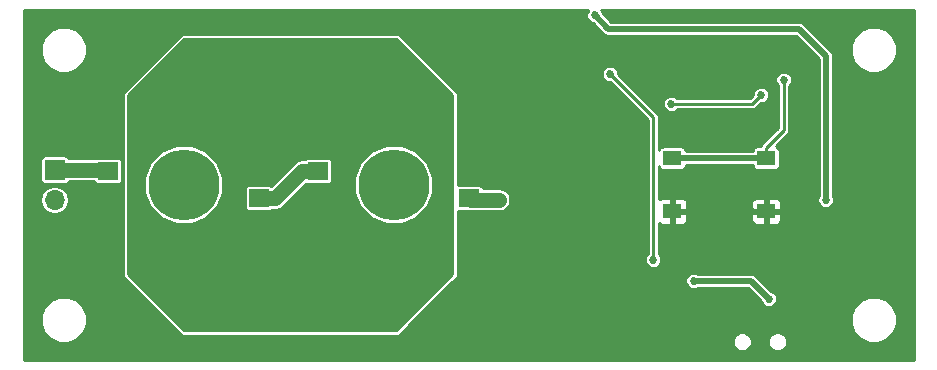
<source format=gbl>
G04 #@! TF.FileFunction,Copper,L2,Bot,Signal*
%FSLAX46Y46*%
G04 Gerber Fmt 4.6, Leading zero omitted, Abs format (unit mm)*
G04 Created by KiCad (PCBNEW 4.0.7) date 05/03/18 21:25:46*
%MOMM*%
%LPD*%
G01*
G04 APERTURE LIST*
%ADD10C,0.100000*%
%ADD11C,0.508000*%
%ADD12C,6.000000*%
%ADD13R,1.700000X1.500000*%
%ADD14R,1.700000X1.700000*%
%ADD15O,1.700000X1.700000*%
%ADD16R,1.550000X1.300000*%
%ADD17C,0.685800*%
%ADD18C,1.143000*%
%ADD19C,0.254000*%
%ADD20C,0.508000*%
%ADD21C,1.270000*%
G04 APERTURE END LIST*
D10*
D11*
X166370000Y-102108000D03*
X165100000Y-102108000D03*
X163830000Y-102108000D03*
X162560000Y-102108000D03*
X161290000Y-102108000D03*
X160020000Y-102108000D03*
X158750000Y-102108000D03*
X157480000Y-102108000D03*
X156210000Y-102108000D03*
X154940000Y-102108000D03*
X153670000Y-102108000D03*
X152400000Y-102108000D03*
X151130000Y-102108000D03*
X149860000Y-102108000D03*
X148590000Y-102108000D03*
X166370000Y-103378000D03*
X165100000Y-103378000D03*
X163830000Y-103378000D03*
X162560000Y-103378000D03*
X161290000Y-103378000D03*
X160020000Y-103378000D03*
X158750000Y-103378000D03*
X157480000Y-103378000D03*
X156210000Y-103378000D03*
X154940000Y-103378000D03*
X153670000Y-103378000D03*
X152400000Y-103378000D03*
X151130000Y-103378000D03*
X149860000Y-103378000D03*
X148590000Y-103378000D03*
X166370000Y-104648000D03*
X165100000Y-104648000D03*
X163830000Y-104648000D03*
X162560000Y-104648000D03*
X161290000Y-104648000D03*
X160020000Y-104648000D03*
X158750000Y-104648000D03*
X157480000Y-104648000D03*
X156210000Y-104648000D03*
X154940000Y-104648000D03*
X153670000Y-104648000D03*
X152400000Y-104648000D03*
X151130000Y-104648000D03*
X149860000Y-104648000D03*
X148590000Y-104648000D03*
X166370000Y-105918000D03*
X165100000Y-105918000D03*
X163830000Y-105918000D03*
X162560000Y-105918000D03*
X161290000Y-105918000D03*
X160020000Y-105918000D03*
X158750000Y-105918000D03*
X157480000Y-105918000D03*
X156210000Y-105918000D03*
X154940000Y-105918000D03*
X153670000Y-105918000D03*
X152400000Y-105918000D03*
X151130000Y-105918000D03*
X149860000Y-105918000D03*
X148590000Y-105918000D03*
X166370000Y-107188000D03*
X165100000Y-107188000D03*
X163830000Y-107188000D03*
X162560000Y-107188000D03*
X161290000Y-107188000D03*
X160020000Y-107188000D03*
X158750000Y-107188000D03*
X157480000Y-107188000D03*
X156210000Y-107188000D03*
X154940000Y-107188000D03*
X153670000Y-107188000D03*
X152400000Y-107188000D03*
X151130000Y-107188000D03*
X149860000Y-107188000D03*
X166370000Y-121412000D03*
X165100000Y-121412000D03*
X163830000Y-121412000D03*
X162560000Y-121412000D03*
X161290000Y-121412000D03*
X160020000Y-121412000D03*
X158750000Y-121412000D03*
X157480000Y-121412000D03*
X156210000Y-121412000D03*
X154940000Y-121412000D03*
X153670000Y-121412000D03*
X152400000Y-121412000D03*
X151130000Y-121412000D03*
X149860000Y-121412000D03*
X148590000Y-121412000D03*
X166370000Y-120142000D03*
X165100000Y-120142000D03*
X163830000Y-120142000D03*
X162560000Y-120142000D03*
X161290000Y-120142000D03*
X160020000Y-120142000D03*
X158750000Y-120142000D03*
X157480000Y-120142000D03*
X156210000Y-120142000D03*
X154940000Y-120142000D03*
X153670000Y-120142000D03*
X152400000Y-120142000D03*
X151130000Y-120142000D03*
X149860000Y-120142000D03*
X148590000Y-120142000D03*
X166370000Y-118872000D03*
X165100000Y-118872000D03*
X163830000Y-118872000D03*
X162560000Y-118872000D03*
X161290000Y-118872000D03*
X160020000Y-118872000D03*
X158750000Y-118872000D03*
X157480000Y-118872000D03*
X156210000Y-118872000D03*
X154940000Y-118872000D03*
X153670000Y-118872000D03*
X152400000Y-118872000D03*
X151130000Y-118872000D03*
X149860000Y-118872000D03*
X148590000Y-118872000D03*
X166370000Y-117602000D03*
X165100000Y-117602000D03*
X163830000Y-117602000D03*
X162560000Y-117602000D03*
X161290000Y-117602000D03*
X160020000Y-117602000D03*
X158750000Y-117602000D03*
X157480000Y-117602000D03*
X156210000Y-117602000D03*
X154940000Y-117602000D03*
X153670000Y-117602000D03*
X152400000Y-117602000D03*
X151130000Y-117602000D03*
X149860000Y-117602000D03*
X148590000Y-117602000D03*
X166370000Y-116332000D03*
X165100000Y-116332000D03*
X163830000Y-116332000D03*
X162560000Y-116332000D03*
X161290000Y-116332000D03*
X160020000Y-116332000D03*
X158750000Y-116332000D03*
X157480000Y-116332000D03*
X156210000Y-116332000D03*
X154940000Y-116332000D03*
X153670000Y-116332000D03*
X152400000Y-116332000D03*
X151130000Y-116332000D03*
X149860000Y-116332000D03*
D12*
X166370000Y-111760000D03*
D13*
X172770000Y-112910000D03*
X159970000Y-110610000D03*
D12*
X148590000Y-111760000D03*
D13*
X154990000Y-112910000D03*
X142190000Y-110610000D03*
D14*
X137668000Y-110490000D03*
D15*
X137668000Y-113030000D03*
D16*
X189954000Y-114010000D03*
X197904000Y-114010000D03*
X189954000Y-109510000D03*
X197904000Y-109510000D03*
D11*
X148590000Y-116332000D03*
X148590000Y-107188000D03*
D17*
X182753000Y-123825000D03*
X183642000Y-123825000D03*
X184531000Y-123825000D03*
X187198000Y-123825000D03*
X186309000Y-123825000D03*
X185420000Y-123825000D03*
X182753000Y-119126000D03*
X183642000Y-119126000D03*
X187198000Y-119126000D03*
X186309000Y-119126000D03*
X185420000Y-119126000D03*
X184531000Y-119126000D03*
X204216000Y-110490000D03*
X190119000Y-116332000D03*
X193574310Y-111934553D03*
X195961000Y-116078000D03*
X191770000Y-119888000D03*
X198120000Y-121412000D03*
D18*
X175260000Y-113030000D03*
D17*
X199390000Y-102870000D03*
X184683400Y-102387400D03*
X188341000Y-118110000D03*
X197485000Y-104140000D03*
X189865000Y-104902000D03*
X183388000Y-97409000D03*
X202946000Y-113029998D03*
D19*
X184531000Y-123825000D02*
X183642000Y-123825000D01*
X185420000Y-123825000D02*
X186309000Y-123825000D01*
X184531000Y-119126000D02*
X183642000Y-119126000D01*
X185420000Y-119126000D02*
X186309000Y-119126000D01*
D20*
X198120000Y-121412000D02*
X196596000Y-119888000D01*
X196596000Y-119888000D02*
X191770000Y-119888000D01*
D21*
X175260000Y-113030000D02*
X172890000Y-113030000D01*
X172890000Y-113030000D02*
X172770000Y-112910000D01*
X137668000Y-110490000D02*
X142070000Y-110490000D01*
X142070000Y-110490000D02*
X142190000Y-110610000D01*
D19*
X199390000Y-103354933D02*
X199390000Y-102870000D01*
X199390000Y-107120000D02*
X199390000Y-103354933D01*
X197904000Y-108606000D02*
X199390000Y-107120000D01*
X197904000Y-109510000D02*
X197904000Y-108606000D01*
D20*
X189954000Y-109510000D02*
X191237000Y-109510000D01*
X191237000Y-109510000D02*
X197904000Y-109510000D01*
D19*
X188341000Y-106045000D02*
X185026299Y-102730299D01*
X188341000Y-118110000D02*
X188341000Y-106045000D01*
X185026299Y-102730299D02*
X184683400Y-102387400D01*
X197142101Y-104482899D02*
X197485000Y-104140000D01*
X189865000Y-104902000D02*
X196723000Y-104902000D01*
X196723000Y-104902000D02*
X197142101Y-104482899D01*
D20*
X185420000Y-98552000D02*
X184531000Y-98552000D01*
X184531000Y-98552000D02*
X183388000Y-97409000D01*
X185420000Y-98552000D02*
X200660000Y-98552000D01*
X200660000Y-98552000D02*
X202946000Y-100838000D01*
X202946000Y-112545065D02*
X202946000Y-113029998D01*
X202946000Y-100838000D02*
X202946000Y-112545065D01*
D21*
X155090000Y-112910000D02*
X156330000Y-112910000D01*
X156330000Y-112910000D02*
X158630000Y-110610000D01*
X158630000Y-110610000D02*
X159970000Y-110610000D01*
D20*
X154990000Y-112910000D02*
X155090000Y-112910000D01*
D19*
G36*
X182796186Y-97012815D02*
X182689622Y-97269450D01*
X182689379Y-97547331D01*
X182795496Y-97804151D01*
X182991815Y-98000814D01*
X183207107Y-98090211D01*
X184099948Y-98983052D01*
X184297716Y-99115197D01*
X184531000Y-99161600D01*
X200407496Y-99161600D01*
X202336400Y-101090504D01*
X202336400Y-112676647D01*
X202247622Y-112890448D01*
X202247379Y-113168329D01*
X202353496Y-113425149D01*
X202549815Y-113621812D01*
X202806450Y-113728376D01*
X203084331Y-113728619D01*
X203341151Y-113622502D01*
X203537814Y-113426183D01*
X203644378Y-113169548D01*
X203644621Y-112891667D01*
X203555600Y-112676222D01*
X203555600Y-100838000D01*
X203531589Y-100717286D01*
X205054062Y-100717286D01*
X205351157Y-101436311D01*
X205900795Y-101986910D01*
X206619301Y-102285259D01*
X207397286Y-102285938D01*
X208116311Y-101988843D01*
X208666910Y-101439205D01*
X208965259Y-100720699D01*
X208965938Y-99942714D01*
X208668843Y-99223689D01*
X208119205Y-98673090D01*
X207400699Y-98374741D01*
X206622714Y-98374062D01*
X205903689Y-98671157D01*
X205353090Y-99220795D01*
X205054741Y-99939301D01*
X205054062Y-100717286D01*
X203531589Y-100717286D01*
X203509197Y-100604716D01*
X203377052Y-100406948D01*
X201091052Y-98120948D01*
X200893284Y-97988803D01*
X200660000Y-97942400D01*
X184783504Y-97942400D01*
X184068910Y-97227806D01*
X183980504Y-97013849D01*
X183917366Y-96950600D01*
X210389400Y-96950600D01*
X210389400Y-126569400D01*
X135050600Y-126569400D01*
X135050600Y-125203541D01*
X195052260Y-125203541D01*
X195174647Y-125499740D01*
X195401068Y-125726557D01*
X195697053Y-125849460D01*
X196017541Y-125849740D01*
X196313740Y-125727353D01*
X196540557Y-125500932D01*
X196663460Y-125204947D01*
X196663461Y-125203541D01*
X198052260Y-125203541D01*
X198174647Y-125499740D01*
X198401068Y-125726557D01*
X198697053Y-125849460D01*
X199017541Y-125849740D01*
X199313740Y-125727353D01*
X199540557Y-125500932D01*
X199663460Y-125204947D01*
X199663740Y-124884459D01*
X199541353Y-124588260D01*
X199314932Y-124361443D01*
X199018947Y-124238540D01*
X198698459Y-124238260D01*
X198402260Y-124360647D01*
X198175443Y-124587068D01*
X198052540Y-124883053D01*
X198052260Y-125203541D01*
X196663461Y-125203541D01*
X196663740Y-124884459D01*
X196541353Y-124588260D01*
X196314932Y-124361443D01*
X196018947Y-124238540D01*
X195698459Y-124238260D01*
X195402260Y-124360647D01*
X195175443Y-124587068D01*
X195052540Y-124883053D01*
X195052260Y-125203541D01*
X135050600Y-125203541D01*
X135050600Y-123577286D01*
X136474062Y-123577286D01*
X136771157Y-124296311D01*
X137320795Y-124846910D01*
X138039301Y-125145259D01*
X138817286Y-125145938D01*
X139536311Y-124848843D01*
X140086910Y-124299205D01*
X140385259Y-123580699D01*
X140385938Y-122802714D01*
X140088843Y-122083689D01*
X139539205Y-121533090D01*
X138820699Y-121234741D01*
X138042714Y-121234062D01*
X137323689Y-121531157D01*
X136773090Y-122080795D01*
X136474741Y-122799301D01*
X136474062Y-123577286D01*
X135050600Y-123577286D01*
X135050600Y-113030000D01*
X136438781Y-113030000D01*
X136530552Y-113491363D01*
X136791893Y-113882488D01*
X137183018Y-114143829D01*
X137644381Y-114235600D01*
X137691619Y-114235600D01*
X138152982Y-114143829D01*
X138544107Y-113882488D01*
X138805448Y-113491363D01*
X138897219Y-113030000D01*
X138805448Y-112568637D01*
X138544107Y-112177512D01*
X138152982Y-111916171D01*
X137691619Y-111824400D01*
X137644381Y-111824400D01*
X137183018Y-111916171D01*
X136791893Y-112177512D01*
X136530552Y-112568637D01*
X136438781Y-113030000D01*
X135050600Y-113030000D01*
X135050600Y-109640000D01*
X136455434Y-109640000D01*
X136455434Y-111340000D01*
X136480230Y-111471777D01*
X136558110Y-111592807D01*
X136676942Y-111674001D01*
X136818000Y-111702566D01*
X138518000Y-111702566D01*
X138649777Y-111677770D01*
X138770807Y-111599890D01*
X138852001Y-111481058D01*
X138852094Y-111480600D01*
X141000127Y-111480600D01*
X141002230Y-111491777D01*
X141080110Y-111612807D01*
X141198942Y-111694001D01*
X141340000Y-111722566D01*
X143040000Y-111722566D01*
X143171777Y-111697770D01*
X143292807Y-111619890D01*
X143374001Y-111501058D01*
X143402566Y-111360000D01*
X143402566Y-109860000D01*
X143377770Y-109728223D01*
X143299890Y-109607193D01*
X143181058Y-109525999D01*
X143040000Y-109497434D01*
X141340000Y-109497434D01*
X141329552Y-109499400D01*
X138850093Y-109499400D01*
X138777890Y-109387193D01*
X138659058Y-109305999D01*
X138518000Y-109277434D01*
X136818000Y-109277434D01*
X136686223Y-109302230D01*
X136565193Y-109380110D01*
X136483999Y-109498942D01*
X136455434Y-109640000D01*
X135050600Y-109640000D01*
X135050600Y-104140000D01*
X143408400Y-104140000D01*
X143408400Y-119380000D01*
X143434536Y-119513810D01*
X143512553Y-119631447D01*
X148338553Y-124457447D01*
X148451652Y-124533584D01*
X148590000Y-124561600D01*
X166624000Y-124561600D01*
X166757810Y-124535464D01*
X166875447Y-124457447D01*
X167755608Y-123577286D01*
X205054062Y-123577286D01*
X205351157Y-124296311D01*
X205900795Y-124846910D01*
X206619301Y-125145259D01*
X207397286Y-125145938D01*
X208116311Y-124848843D01*
X208666910Y-124299205D01*
X208965259Y-123580699D01*
X208965938Y-122802714D01*
X208668843Y-122083689D01*
X208119205Y-121533090D01*
X207400699Y-121234741D01*
X206622714Y-121234062D01*
X205903689Y-121531157D01*
X205353090Y-122080795D01*
X205054741Y-122799301D01*
X205054062Y-123577286D01*
X167755608Y-123577286D01*
X171306563Y-120026331D01*
X191071379Y-120026331D01*
X191177496Y-120283151D01*
X191373815Y-120479814D01*
X191630450Y-120586378D01*
X191908331Y-120586621D01*
X192123776Y-120497600D01*
X196343496Y-120497600D01*
X197439090Y-121593195D01*
X197527496Y-121807151D01*
X197723815Y-122003814D01*
X197980450Y-122110378D01*
X198258331Y-122110621D01*
X198515151Y-122004504D01*
X198711814Y-121808185D01*
X198818378Y-121551550D01*
X198818621Y-121273669D01*
X198712504Y-121016849D01*
X198516185Y-120820186D01*
X198300895Y-120730790D01*
X197027052Y-119456948D01*
X196829284Y-119324803D01*
X196596000Y-119278400D01*
X192123351Y-119278400D01*
X191909550Y-119189622D01*
X191631669Y-119189379D01*
X191374849Y-119295496D01*
X191178186Y-119491815D01*
X191071622Y-119748450D01*
X191071379Y-120026331D01*
X171306563Y-120026331D01*
X171701447Y-119631447D01*
X171777584Y-119518348D01*
X171805600Y-119380000D01*
X171805600Y-113999399D01*
X171920000Y-114022566D01*
X173620000Y-114022566D01*
X173630448Y-114020600D01*
X175260000Y-114020600D01*
X175639086Y-113945195D01*
X175960460Y-113730460D01*
X176175195Y-113409086D01*
X176250600Y-113030000D01*
X176175195Y-112650914D01*
X175960460Y-112329540D01*
X175639086Y-112114805D01*
X175260000Y-112039400D01*
X173959873Y-112039400D01*
X173957770Y-112028223D01*
X173879890Y-111907193D01*
X173761058Y-111825999D01*
X173620000Y-111797434D01*
X171920000Y-111797434D01*
X171805600Y-111818960D01*
X171805600Y-104140000D01*
X171779464Y-104006190D01*
X171701447Y-103888553D01*
X170338625Y-102525731D01*
X183984779Y-102525731D01*
X184090896Y-102782551D01*
X184287215Y-102979214D01*
X184543850Y-103085778D01*
X184699414Y-103085914D01*
X187858400Y-106244900D01*
X187858400Y-117604792D01*
X187749186Y-117713815D01*
X187642622Y-117970450D01*
X187642379Y-118248331D01*
X187748496Y-118505151D01*
X187944815Y-118701814D01*
X188201450Y-118808378D01*
X188479331Y-118808621D01*
X188736151Y-118702504D01*
X188932814Y-118506185D01*
X189039378Y-118249550D01*
X189039621Y-117971669D01*
X188933504Y-117714849D01*
X188823600Y-117604752D01*
X188823600Y-115023020D01*
X188891242Y-115090662D01*
X189077953Y-115168000D01*
X189700000Y-115168000D01*
X189827000Y-115041000D01*
X189827000Y-114137000D01*
X190081000Y-114137000D01*
X190081000Y-115041000D01*
X190208000Y-115168000D01*
X190830047Y-115168000D01*
X191016758Y-115090662D01*
X191159661Y-114947759D01*
X191237000Y-114761048D01*
X191237000Y-114264000D01*
X196621000Y-114264000D01*
X196621000Y-114761048D01*
X196698339Y-114947759D01*
X196841242Y-115090662D01*
X197027953Y-115168000D01*
X197650000Y-115168000D01*
X197777000Y-115041000D01*
X197777000Y-114137000D01*
X198031000Y-114137000D01*
X198031000Y-115041000D01*
X198158000Y-115168000D01*
X198780047Y-115168000D01*
X198966758Y-115090662D01*
X199109661Y-114947759D01*
X199187000Y-114761048D01*
X199187000Y-114264000D01*
X199060000Y-114137000D01*
X198031000Y-114137000D01*
X197777000Y-114137000D01*
X196748000Y-114137000D01*
X196621000Y-114264000D01*
X191237000Y-114264000D01*
X191110000Y-114137000D01*
X190081000Y-114137000D01*
X189827000Y-114137000D01*
X189807000Y-114137000D01*
X189807000Y-113883000D01*
X189827000Y-113883000D01*
X189827000Y-112979000D01*
X190081000Y-112979000D01*
X190081000Y-113883000D01*
X191110000Y-113883000D01*
X191237000Y-113756000D01*
X191237000Y-113258952D01*
X196621000Y-113258952D01*
X196621000Y-113756000D01*
X196748000Y-113883000D01*
X197777000Y-113883000D01*
X197777000Y-112979000D01*
X198031000Y-112979000D01*
X198031000Y-113883000D01*
X199060000Y-113883000D01*
X199187000Y-113756000D01*
X199187000Y-113258952D01*
X199109661Y-113072241D01*
X198966758Y-112929338D01*
X198780047Y-112852000D01*
X198158000Y-112852000D01*
X198031000Y-112979000D01*
X197777000Y-112979000D01*
X197650000Y-112852000D01*
X197027953Y-112852000D01*
X196841242Y-112929338D01*
X196698339Y-113072241D01*
X196621000Y-113258952D01*
X191237000Y-113258952D01*
X191159661Y-113072241D01*
X191016758Y-112929338D01*
X190830047Y-112852000D01*
X190208000Y-112852000D01*
X190081000Y-112979000D01*
X189827000Y-112979000D01*
X189700000Y-112852000D01*
X189077953Y-112852000D01*
X188891242Y-112929338D01*
X188823600Y-112996980D01*
X188823600Y-110198083D01*
X188841230Y-110291777D01*
X188919110Y-110412807D01*
X189037942Y-110494001D01*
X189179000Y-110522566D01*
X190729000Y-110522566D01*
X190860777Y-110497770D01*
X190981807Y-110419890D01*
X191063001Y-110301058D01*
X191091566Y-110160000D01*
X191091566Y-110119600D01*
X196766434Y-110119600D01*
X196766434Y-110160000D01*
X196791230Y-110291777D01*
X196869110Y-110412807D01*
X196987942Y-110494001D01*
X197129000Y-110522566D01*
X198679000Y-110522566D01*
X198810777Y-110497770D01*
X198931807Y-110419890D01*
X199013001Y-110301058D01*
X199041566Y-110160000D01*
X199041566Y-108860000D01*
X199016770Y-108728223D01*
X198938890Y-108607193D01*
X198820058Y-108525999D01*
X198692360Y-108500140D01*
X199731247Y-107461252D01*
X199731250Y-107461250D01*
X199835864Y-107304683D01*
X199872600Y-107120000D01*
X199872600Y-103375208D01*
X199981814Y-103266185D01*
X200088378Y-103009550D01*
X200088621Y-102731669D01*
X199982504Y-102474849D01*
X199786185Y-102278186D01*
X199529550Y-102171622D01*
X199251669Y-102171379D01*
X198994849Y-102277496D01*
X198798186Y-102473815D01*
X198691622Y-102730450D01*
X198691379Y-103008331D01*
X198797496Y-103265151D01*
X198907400Y-103375248D01*
X198907400Y-106920101D01*
X197562750Y-108264750D01*
X197458136Y-108421317D01*
X197442995Y-108497434D01*
X197129000Y-108497434D01*
X196997223Y-108522230D01*
X196876193Y-108600110D01*
X196794999Y-108718942D01*
X196766434Y-108860000D01*
X196766434Y-108900400D01*
X191091566Y-108900400D01*
X191091566Y-108860000D01*
X191066770Y-108728223D01*
X190988890Y-108607193D01*
X190870058Y-108525999D01*
X190729000Y-108497434D01*
X189179000Y-108497434D01*
X189047223Y-108522230D01*
X188926193Y-108600110D01*
X188844999Y-108718942D01*
X188823600Y-108824613D01*
X188823600Y-106045000D01*
X188786864Y-105860317D01*
X188682250Y-105703750D01*
X188018831Y-105040331D01*
X189166379Y-105040331D01*
X189272496Y-105297151D01*
X189468815Y-105493814D01*
X189725450Y-105600378D01*
X190003331Y-105600621D01*
X190260151Y-105494504D01*
X190370248Y-105384600D01*
X196723000Y-105384600D01*
X196907683Y-105347864D01*
X197064250Y-105243250D01*
X197469014Y-104838486D01*
X197623331Y-104838621D01*
X197880151Y-104732504D01*
X198076814Y-104536185D01*
X198183378Y-104279550D01*
X198183621Y-104001669D01*
X198077504Y-103744849D01*
X197881185Y-103548186D01*
X197624550Y-103441622D01*
X197346669Y-103441379D01*
X197089849Y-103547496D01*
X196893186Y-103743815D01*
X196786622Y-104000450D01*
X196786486Y-104156014D01*
X196523100Y-104419400D01*
X190370208Y-104419400D01*
X190261185Y-104310186D01*
X190004550Y-104203622D01*
X189726669Y-104203379D01*
X189469849Y-104309496D01*
X189273186Y-104505815D01*
X189166622Y-104762450D01*
X189166379Y-105040331D01*
X188018831Y-105040331D01*
X185381886Y-102403386D01*
X185382021Y-102249069D01*
X185275904Y-101992249D01*
X185079585Y-101795586D01*
X184822950Y-101689022D01*
X184545069Y-101688779D01*
X184288249Y-101794896D01*
X184091586Y-101991215D01*
X183985022Y-102247850D01*
X183984779Y-102525731D01*
X170338625Y-102525731D01*
X166875447Y-99062553D01*
X166762348Y-98986416D01*
X166624000Y-98958400D01*
X148590000Y-98958400D01*
X148456190Y-98984536D01*
X148338553Y-99062553D01*
X143512553Y-103888553D01*
X143436416Y-104001652D01*
X143408400Y-104140000D01*
X135050600Y-104140000D01*
X135050600Y-100717286D01*
X136474062Y-100717286D01*
X136771157Y-101436311D01*
X137320795Y-101986910D01*
X138039301Y-102285259D01*
X138817286Y-102285938D01*
X139536311Y-101988843D01*
X140086910Y-101439205D01*
X140385259Y-100720699D01*
X140385938Y-99942714D01*
X140088843Y-99223689D01*
X139539205Y-98673090D01*
X138820699Y-98374741D01*
X138042714Y-98374062D01*
X137323689Y-98671157D01*
X136773090Y-99220795D01*
X136474741Y-99939301D01*
X136474062Y-100717286D01*
X135050600Y-100717286D01*
X135050600Y-96950600D01*
X182858510Y-96950600D01*
X182796186Y-97012815D01*
X182796186Y-97012815D01*
G37*
X182796186Y-97012815D02*
X182689622Y-97269450D01*
X182689379Y-97547331D01*
X182795496Y-97804151D01*
X182991815Y-98000814D01*
X183207107Y-98090211D01*
X184099948Y-98983052D01*
X184297716Y-99115197D01*
X184531000Y-99161600D01*
X200407496Y-99161600D01*
X202336400Y-101090504D01*
X202336400Y-112676647D01*
X202247622Y-112890448D01*
X202247379Y-113168329D01*
X202353496Y-113425149D01*
X202549815Y-113621812D01*
X202806450Y-113728376D01*
X203084331Y-113728619D01*
X203341151Y-113622502D01*
X203537814Y-113426183D01*
X203644378Y-113169548D01*
X203644621Y-112891667D01*
X203555600Y-112676222D01*
X203555600Y-100838000D01*
X203531589Y-100717286D01*
X205054062Y-100717286D01*
X205351157Y-101436311D01*
X205900795Y-101986910D01*
X206619301Y-102285259D01*
X207397286Y-102285938D01*
X208116311Y-101988843D01*
X208666910Y-101439205D01*
X208965259Y-100720699D01*
X208965938Y-99942714D01*
X208668843Y-99223689D01*
X208119205Y-98673090D01*
X207400699Y-98374741D01*
X206622714Y-98374062D01*
X205903689Y-98671157D01*
X205353090Y-99220795D01*
X205054741Y-99939301D01*
X205054062Y-100717286D01*
X203531589Y-100717286D01*
X203509197Y-100604716D01*
X203377052Y-100406948D01*
X201091052Y-98120948D01*
X200893284Y-97988803D01*
X200660000Y-97942400D01*
X184783504Y-97942400D01*
X184068910Y-97227806D01*
X183980504Y-97013849D01*
X183917366Y-96950600D01*
X210389400Y-96950600D01*
X210389400Y-126569400D01*
X135050600Y-126569400D01*
X135050600Y-125203541D01*
X195052260Y-125203541D01*
X195174647Y-125499740D01*
X195401068Y-125726557D01*
X195697053Y-125849460D01*
X196017541Y-125849740D01*
X196313740Y-125727353D01*
X196540557Y-125500932D01*
X196663460Y-125204947D01*
X196663461Y-125203541D01*
X198052260Y-125203541D01*
X198174647Y-125499740D01*
X198401068Y-125726557D01*
X198697053Y-125849460D01*
X199017541Y-125849740D01*
X199313740Y-125727353D01*
X199540557Y-125500932D01*
X199663460Y-125204947D01*
X199663740Y-124884459D01*
X199541353Y-124588260D01*
X199314932Y-124361443D01*
X199018947Y-124238540D01*
X198698459Y-124238260D01*
X198402260Y-124360647D01*
X198175443Y-124587068D01*
X198052540Y-124883053D01*
X198052260Y-125203541D01*
X196663461Y-125203541D01*
X196663740Y-124884459D01*
X196541353Y-124588260D01*
X196314932Y-124361443D01*
X196018947Y-124238540D01*
X195698459Y-124238260D01*
X195402260Y-124360647D01*
X195175443Y-124587068D01*
X195052540Y-124883053D01*
X195052260Y-125203541D01*
X135050600Y-125203541D01*
X135050600Y-123577286D01*
X136474062Y-123577286D01*
X136771157Y-124296311D01*
X137320795Y-124846910D01*
X138039301Y-125145259D01*
X138817286Y-125145938D01*
X139536311Y-124848843D01*
X140086910Y-124299205D01*
X140385259Y-123580699D01*
X140385938Y-122802714D01*
X140088843Y-122083689D01*
X139539205Y-121533090D01*
X138820699Y-121234741D01*
X138042714Y-121234062D01*
X137323689Y-121531157D01*
X136773090Y-122080795D01*
X136474741Y-122799301D01*
X136474062Y-123577286D01*
X135050600Y-123577286D01*
X135050600Y-113030000D01*
X136438781Y-113030000D01*
X136530552Y-113491363D01*
X136791893Y-113882488D01*
X137183018Y-114143829D01*
X137644381Y-114235600D01*
X137691619Y-114235600D01*
X138152982Y-114143829D01*
X138544107Y-113882488D01*
X138805448Y-113491363D01*
X138897219Y-113030000D01*
X138805448Y-112568637D01*
X138544107Y-112177512D01*
X138152982Y-111916171D01*
X137691619Y-111824400D01*
X137644381Y-111824400D01*
X137183018Y-111916171D01*
X136791893Y-112177512D01*
X136530552Y-112568637D01*
X136438781Y-113030000D01*
X135050600Y-113030000D01*
X135050600Y-109640000D01*
X136455434Y-109640000D01*
X136455434Y-111340000D01*
X136480230Y-111471777D01*
X136558110Y-111592807D01*
X136676942Y-111674001D01*
X136818000Y-111702566D01*
X138518000Y-111702566D01*
X138649777Y-111677770D01*
X138770807Y-111599890D01*
X138852001Y-111481058D01*
X138852094Y-111480600D01*
X141000127Y-111480600D01*
X141002230Y-111491777D01*
X141080110Y-111612807D01*
X141198942Y-111694001D01*
X141340000Y-111722566D01*
X143040000Y-111722566D01*
X143171777Y-111697770D01*
X143292807Y-111619890D01*
X143374001Y-111501058D01*
X143402566Y-111360000D01*
X143402566Y-109860000D01*
X143377770Y-109728223D01*
X143299890Y-109607193D01*
X143181058Y-109525999D01*
X143040000Y-109497434D01*
X141340000Y-109497434D01*
X141329552Y-109499400D01*
X138850093Y-109499400D01*
X138777890Y-109387193D01*
X138659058Y-109305999D01*
X138518000Y-109277434D01*
X136818000Y-109277434D01*
X136686223Y-109302230D01*
X136565193Y-109380110D01*
X136483999Y-109498942D01*
X136455434Y-109640000D01*
X135050600Y-109640000D01*
X135050600Y-104140000D01*
X143408400Y-104140000D01*
X143408400Y-119380000D01*
X143434536Y-119513810D01*
X143512553Y-119631447D01*
X148338553Y-124457447D01*
X148451652Y-124533584D01*
X148590000Y-124561600D01*
X166624000Y-124561600D01*
X166757810Y-124535464D01*
X166875447Y-124457447D01*
X167755608Y-123577286D01*
X205054062Y-123577286D01*
X205351157Y-124296311D01*
X205900795Y-124846910D01*
X206619301Y-125145259D01*
X207397286Y-125145938D01*
X208116311Y-124848843D01*
X208666910Y-124299205D01*
X208965259Y-123580699D01*
X208965938Y-122802714D01*
X208668843Y-122083689D01*
X208119205Y-121533090D01*
X207400699Y-121234741D01*
X206622714Y-121234062D01*
X205903689Y-121531157D01*
X205353090Y-122080795D01*
X205054741Y-122799301D01*
X205054062Y-123577286D01*
X167755608Y-123577286D01*
X171306563Y-120026331D01*
X191071379Y-120026331D01*
X191177496Y-120283151D01*
X191373815Y-120479814D01*
X191630450Y-120586378D01*
X191908331Y-120586621D01*
X192123776Y-120497600D01*
X196343496Y-120497600D01*
X197439090Y-121593195D01*
X197527496Y-121807151D01*
X197723815Y-122003814D01*
X197980450Y-122110378D01*
X198258331Y-122110621D01*
X198515151Y-122004504D01*
X198711814Y-121808185D01*
X198818378Y-121551550D01*
X198818621Y-121273669D01*
X198712504Y-121016849D01*
X198516185Y-120820186D01*
X198300895Y-120730790D01*
X197027052Y-119456948D01*
X196829284Y-119324803D01*
X196596000Y-119278400D01*
X192123351Y-119278400D01*
X191909550Y-119189622D01*
X191631669Y-119189379D01*
X191374849Y-119295496D01*
X191178186Y-119491815D01*
X191071622Y-119748450D01*
X191071379Y-120026331D01*
X171306563Y-120026331D01*
X171701447Y-119631447D01*
X171777584Y-119518348D01*
X171805600Y-119380000D01*
X171805600Y-113999399D01*
X171920000Y-114022566D01*
X173620000Y-114022566D01*
X173630448Y-114020600D01*
X175260000Y-114020600D01*
X175639086Y-113945195D01*
X175960460Y-113730460D01*
X176175195Y-113409086D01*
X176250600Y-113030000D01*
X176175195Y-112650914D01*
X175960460Y-112329540D01*
X175639086Y-112114805D01*
X175260000Y-112039400D01*
X173959873Y-112039400D01*
X173957770Y-112028223D01*
X173879890Y-111907193D01*
X173761058Y-111825999D01*
X173620000Y-111797434D01*
X171920000Y-111797434D01*
X171805600Y-111818960D01*
X171805600Y-104140000D01*
X171779464Y-104006190D01*
X171701447Y-103888553D01*
X170338625Y-102525731D01*
X183984779Y-102525731D01*
X184090896Y-102782551D01*
X184287215Y-102979214D01*
X184543850Y-103085778D01*
X184699414Y-103085914D01*
X187858400Y-106244900D01*
X187858400Y-117604792D01*
X187749186Y-117713815D01*
X187642622Y-117970450D01*
X187642379Y-118248331D01*
X187748496Y-118505151D01*
X187944815Y-118701814D01*
X188201450Y-118808378D01*
X188479331Y-118808621D01*
X188736151Y-118702504D01*
X188932814Y-118506185D01*
X189039378Y-118249550D01*
X189039621Y-117971669D01*
X188933504Y-117714849D01*
X188823600Y-117604752D01*
X188823600Y-115023020D01*
X188891242Y-115090662D01*
X189077953Y-115168000D01*
X189700000Y-115168000D01*
X189827000Y-115041000D01*
X189827000Y-114137000D01*
X190081000Y-114137000D01*
X190081000Y-115041000D01*
X190208000Y-115168000D01*
X190830047Y-115168000D01*
X191016758Y-115090662D01*
X191159661Y-114947759D01*
X191237000Y-114761048D01*
X191237000Y-114264000D01*
X196621000Y-114264000D01*
X196621000Y-114761048D01*
X196698339Y-114947759D01*
X196841242Y-115090662D01*
X197027953Y-115168000D01*
X197650000Y-115168000D01*
X197777000Y-115041000D01*
X197777000Y-114137000D01*
X198031000Y-114137000D01*
X198031000Y-115041000D01*
X198158000Y-115168000D01*
X198780047Y-115168000D01*
X198966758Y-115090662D01*
X199109661Y-114947759D01*
X199187000Y-114761048D01*
X199187000Y-114264000D01*
X199060000Y-114137000D01*
X198031000Y-114137000D01*
X197777000Y-114137000D01*
X196748000Y-114137000D01*
X196621000Y-114264000D01*
X191237000Y-114264000D01*
X191110000Y-114137000D01*
X190081000Y-114137000D01*
X189827000Y-114137000D01*
X189807000Y-114137000D01*
X189807000Y-113883000D01*
X189827000Y-113883000D01*
X189827000Y-112979000D01*
X190081000Y-112979000D01*
X190081000Y-113883000D01*
X191110000Y-113883000D01*
X191237000Y-113756000D01*
X191237000Y-113258952D01*
X196621000Y-113258952D01*
X196621000Y-113756000D01*
X196748000Y-113883000D01*
X197777000Y-113883000D01*
X197777000Y-112979000D01*
X198031000Y-112979000D01*
X198031000Y-113883000D01*
X199060000Y-113883000D01*
X199187000Y-113756000D01*
X199187000Y-113258952D01*
X199109661Y-113072241D01*
X198966758Y-112929338D01*
X198780047Y-112852000D01*
X198158000Y-112852000D01*
X198031000Y-112979000D01*
X197777000Y-112979000D01*
X197650000Y-112852000D01*
X197027953Y-112852000D01*
X196841242Y-112929338D01*
X196698339Y-113072241D01*
X196621000Y-113258952D01*
X191237000Y-113258952D01*
X191159661Y-113072241D01*
X191016758Y-112929338D01*
X190830047Y-112852000D01*
X190208000Y-112852000D01*
X190081000Y-112979000D01*
X189827000Y-112979000D01*
X189700000Y-112852000D01*
X189077953Y-112852000D01*
X188891242Y-112929338D01*
X188823600Y-112996980D01*
X188823600Y-110198083D01*
X188841230Y-110291777D01*
X188919110Y-110412807D01*
X189037942Y-110494001D01*
X189179000Y-110522566D01*
X190729000Y-110522566D01*
X190860777Y-110497770D01*
X190981807Y-110419890D01*
X191063001Y-110301058D01*
X191091566Y-110160000D01*
X191091566Y-110119600D01*
X196766434Y-110119600D01*
X196766434Y-110160000D01*
X196791230Y-110291777D01*
X196869110Y-110412807D01*
X196987942Y-110494001D01*
X197129000Y-110522566D01*
X198679000Y-110522566D01*
X198810777Y-110497770D01*
X198931807Y-110419890D01*
X199013001Y-110301058D01*
X199041566Y-110160000D01*
X199041566Y-108860000D01*
X199016770Y-108728223D01*
X198938890Y-108607193D01*
X198820058Y-108525999D01*
X198692360Y-108500140D01*
X199731247Y-107461252D01*
X199731250Y-107461250D01*
X199835864Y-107304683D01*
X199872600Y-107120000D01*
X199872600Y-103375208D01*
X199981814Y-103266185D01*
X200088378Y-103009550D01*
X200088621Y-102731669D01*
X199982504Y-102474849D01*
X199786185Y-102278186D01*
X199529550Y-102171622D01*
X199251669Y-102171379D01*
X198994849Y-102277496D01*
X198798186Y-102473815D01*
X198691622Y-102730450D01*
X198691379Y-103008331D01*
X198797496Y-103265151D01*
X198907400Y-103375248D01*
X198907400Y-106920101D01*
X197562750Y-108264750D01*
X197458136Y-108421317D01*
X197442995Y-108497434D01*
X197129000Y-108497434D01*
X196997223Y-108522230D01*
X196876193Y-108600110D01*
X196794999Y-108718942D01*
X196766434Y-108860000D01*
X196766434Y-108900400D01*
X191091566Y-108900400D01*
X191091566Y-108860000D01*
X191066770Y-108728223D01*
X190988890Y-108607193D01*
X190870058Y-108525999D01*
X190729000Y-108497434D01*
X189179000Y-108497434D01*
X189047223Y-108522230D01*
X188926193Y-108600110D01*
X188844999Y-108718942D01*
X188823600Y-108824613D01*
X188823600Y-106045000D01*
X188786864Y-105860317D01*
X188682250Y-105703750D01*
X188018831Y-105040331D01*
X189166379Y-105040331D01*
X189272496Y-105297151D01*
X189468815Y-105493814D01*
X189725450Y-105600378D01*
X190003331Y-105600621D01*
X190260151Y-105494504D01*
X190370248Y-105384600D01*
X196723000Y-105384600D01*
X196907683Y-105347864D01*
X197064250Y-105243250D01*
X197469014Y-104838486D01*
X197623331Y-104838621D01*
X197880151Y-104732504D01*
X198076814Y-104536185D01*
X198183378Y-104279550D01*
X198183621Y-104001669D01*
X198077504Y-103744849D01*
X197881185Y-103548186D01*
X197624550Y-103441622D01*
X197346669Y-103441379D01*
X197089849Y-103547496D01*
X196893186Y-103743815D01*
X196786622Y-104000450D01*
X196786486Y-104156014D01*
X196523100Y-104419400D01*
X190370208Y-104419400D01*
X190261185Y-104310186D01*
X190004550Y-104203622D01*
X189726669Y-104203379D01*
X189469849Y-104309496D01*
X189273186Y-104505815D01*
X189166622Y-104762450D01*
X189166379Y-105040331D01*
X188018831Y-105040331D01*
X185381886Y-102403386D01*
X185382021Y-102249069D01*
X185275904Y-101992249D01*
X185079585Y-101795586D01*
X184822950Y-101689022D01*
X184545069Y-101688779D01*
X184288249Y-101794896D01*
X184091586Y-101991215D01*
X183985022Y-102247850D01*
X183984779Y-102525731D01*
X170338625Y-102525731D01*
X166875447Y-99062553D01*
X166762348Y-98986416D01*
X166624000Y-98958400D01*
X148590000Y-98958400D01*
X148456190Y-98984536D01*
X148338553Y-99062553D01*
X143512553Y-103888553D01*
X143436416Y-104001652D01*
X143408400Y-104140000D01*
X135050600Y-104140000D01*
X135050600Y-100717286D01*
X136474062Y-100717286D01*
X136771157Y-101436311D01*
X137320795Y-101986910D01*
X138039301Y-102285259D01*
X138817286Y-102285938D01*
X139536311Y-101988843D01*
X140086910Y-101439205D01*
X140385259Y-100720699D01*
X140385938Y-99942714D01*
X140088843Y-99223689D01*
X139539205Y-98673090D01*
X138820699Y-98374741D01*
X138042714Y-98374062D01*
X137323689Y-98671157D01*
X136773090Y-99220795D01*
X136474741Y-99939301D01*
X136474062Y-100717286D01*
X135050600Y-100717286D01*
X135050600Y-96950600D01*
X182858510Y-96950600D01*
X182796186Y-97012815D01*
G36*
X171323000Y-104192606D02*
X171323000Y-119327394D01*
X166571394Y-124079000D01*
X148642606Y-124079000D01*
X143891000Y-119327394D01*
X143891000Y-112424542D01*
X145233819Y-112424542D01*
X145743602Y-113658311D01*
X146686724Y-114603080D01*
X147919602Y-115115016D01*
X149254542Y-115116181D01*
X150488311Y-114606398D01*
X151433080Y-113663276D01*
X151945016Y-112430398D01*
X151945251Y-112160000D01*
X153777434Y-112160000D01*
X153777434Y-113660000D01*
X153802230Y-113791777D01*
X153880110Y-113912807D01*
X153998942Y-113994001D01*
X154140000Y-114022566D01*
X155840000Y-114022566D01*
X155971777Y-113997770D01*
X156092807Y-113919890D01*
X156105987Y-113900600D01*
X156330000Y-113900600D01*
X156709086Y-113825195D01*
X157030460Y-113610460D01*
X158216378Y-112424542D01*
X163013819Y-112424542D01*
X163523602Y-113658311D01*
X164466724Y-114603080D01*
X165699602Y-115115016D01*
X167034542Y-115116181D01*
X168268311Y-114606398D01*
X169213080Y-113663276D01*
X169725016Y-112430398D01*
X169726181Y-111095458D01*
X169216398Y-109861689D01*
X168273276Y-108916920D01*
X167040398Y-108404984D01*
X165705458Y-108403819D01*
X164471689Y-108913602D01*
X163526920Y-109856724D01*
X163014984Y-111089602D01*
X163013819Y-112424542D01*
X158216378Y-112424542D01*
X158959918Y-111681002D01*
X158978942Y-111694001D01*
X159120000Y-111722566D01*
X160820000Y-111722566D01*
X160951777Y-111697770D01*
X161072807Y-111619890D01*
X161154001Y-111501058D01*
X161182566Y-111360000D01*
X161182566Y-109860000D01*
X161157770Y-109728223D01*
X161079890Y-109607193D01*
X160961058Y-109525999D01*
X160820000Y-109497434D01*
X159120000Y-109497434D01*
X158988223Y-109522230D01*
X158867193Y-109600110D01*
X158854013Y-109619400D01*
X158630000Y-109619400D01*
X158250914Y-109694805D01*
X157929540Y-109909540D01*
X156000082Y-111838998D01*
X155981058Y-111825999D01*
X155840000Y-111797434D01*
X154140000Y-111797434D01*
X154008223Y-111822230D01*
X153887193Y-111900110D01*
X153805999Y-112018942D01*
X153777434Y-112160000D01*
X151945251Y-112160000D01*
X151946181Y-111095458D01*
X151436398Y-109861689D01*
X150493276Y-108916920D01*
X149260398Y-108404984D01*
X147925458Y-108403819D01*
X146691689Y-108913602D01*
X145746920Y-109856724D01*
X145234984Y-111089602D01*
X145233819Y-112424542D01*
X143891000Y-112424542D01*
X143891000Y-104192606D01*
X148642606Y-99441000D01*
X166571394Y-99441000D01*
X171323000Y-104192606D01*
X171323000Y-104192606D01*
G37*
X171323000Y-104192606D02*
X171323000Y-119327394D01*
X166571394Y-124079000D01*
X148642606Y-124079000D01*
X143891000Y-119327394D01*
X143891000Y-112424542D01*
X145233819Y-112424542D01*
X145743602Y-113658311D01*
X146686724Y-114603080D01*
X147919602Y-115115016D01*
X149254542Y-115116181D01*
X150488311Y-114606398D01*
X151433080Y-113663276D01*
X151945016Y-112430398D01*
X151945251Y-112160000D01*
X153777434Y-112160000D01*
X153777434Y-113660000D01*
X153802230Y-113791777D01*
X153880110Y-113912807D01*
X153998942Y-113994001D01*
X154140000Y-114022566D01*
X155840000Y-114022566D01*
X155971777Y-113997770D01*
X156092807Y-113919890D01*
X156105987Y-113900600D01*
X156330000Y-113900600D01*
X156709086Y-113825195D01*
X157030460Y-113610460D01*
X158216378Y-112424542D01*
X163013819Y-112424542D01*
X163523602Y-113658311D01*
X164466724Y-114603080D01*
X165699602Y-115115016D01*
X167034542Y-115116181D01*
X168268311Y-114606398D01*
X169213080Y-113663276D01*
X169725016Y-112430398D01*
X169726181Y-111095458D01*
X169216398Y-109861689D01*
X168273276Y-108916920D01*
X167040398Y-108404984D01*
X165705458Y-108403819D01*
X164471689Y-108913602D01*
X163526920Y-109856724D01*
X163014984Y-111089602D01*
X163013819Y-112424542D01*
X158216378Y-112424542D01*
X158959918Y-111681002D01*
X158978942Y-111694001D01*
X159120000Y-111722566D01*
X160820000Y-111722566D01*
X160951777Y-111697770D01*
X161072807Y-111619890D01*
X161154001Y-111501058D01*
X161182566Y-111360000D01*
X161182566Y-109860000D01*
X161157770Y-109728223D01*
X161079890Y-109607193D01*
X160961058Y-109525999D01*
X160820000Y-109497434D01*
X159120000Y-109497434D01*
X158988223Y-109522230D01*
X158867193Y-109600110D01*
X158854013Y-109619400D01*
X158630000Y-109619400D01*
X158250914Y-109694805D01*
X157929540Y-109909540D01*
X156000082Y-111838998D01*
X155981058Y-111825999D01*
X155840000Y-111797434D01*
X154140000Y-111797434D01*
X154008223Y-111822230D01*
X153887193Y-111900110D01*
X153805999Y-112018942D01*
X153777434Y-112160000D01*
X151945251Y-112160000D01*
X151946181Y-111095458D01*
X151436398Y-109861689D01*
X150493276Y-108916920D01*
X149260398Y-108404984D01*
X147925458Y-108403819D01*
X146691689Y-108913602D01*
X145746920Y-109856724D01*
X145234984Y-111089602D01*
X145233819Y-112424542D01*
X143891000Y-112424542D01*
X143891000Y-104192606D01*
X148642606Y-99441000D01*
X166571394Y-99441000D01*
X171323000Y-104192606D01*
M02*

</source>
